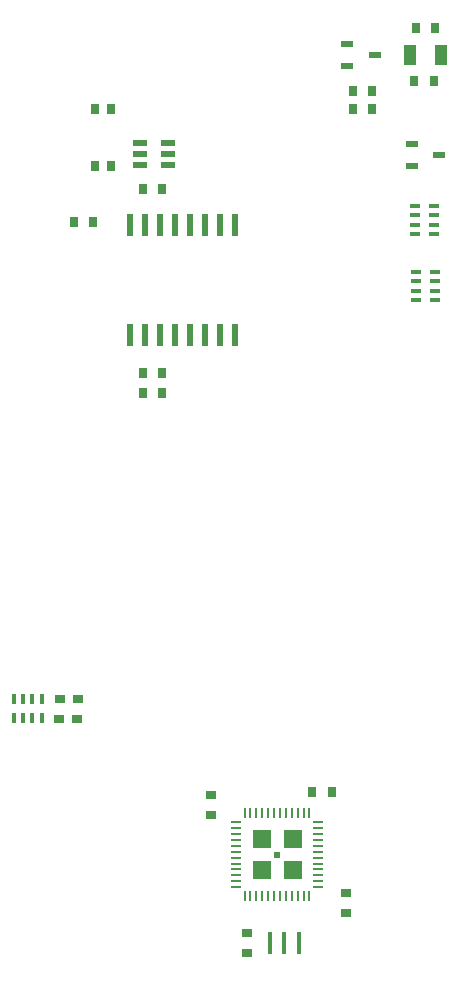
<source format=gbp>
G04*
G04 #@! TF.GenerationSoftware,Altium Limited,Altium Designer,22.4.2 (48)*
G04*
G04 Layer_Color=128*
%FSLAX25Y25*%
%MOIN*%
G70*
G04*
G04 #@! TF.SameCoordinates,95B67B14-C50E-4141-B1D7-7F991BD8D4DD*
G04*
G04*
G04 #@! TF.FilePolarity,Positive*
G04*
G01*
G75*
%ADD35R,0.03150X0.03543*%
%ADD37O,0.03347X0.00984*%
%ADD38O,0.00984X0.03347*%
%ADD39R,0.03543X0.03150*%
%ADD40R,0.01772X0.03347*%
%ADD41R,0.03347X0.01772*%
%ADD42R,0.04331X0.06693*%
%ADD43R,0.04134X0.02362*%
G04:AMPARAMS|DCode=44|XSize=15.75mil|YSize=74.8mil|CornerRadius=3.94mil|HoleSize=0mil|Usage=FLASHONLY|Rotation=0.000|XOffset=0mil|YOffset=0mil|HoleType=Round|Shape=RoundedRectangle|*
%AMROUNDEDRECTD44*
21,1,0.01575,0.06693,0,0,0.0*
21,1,0.00787,0.07480,0,0,0.0*
1,1,0.00787,0.00394,-0.03347*
1,1,0.00787,-0.00394,-0.03347*
1,1,0.00787,-0.00394,0.03347*
1,1,0.00787,0.00394,0.03347*
%
%ADD44ROUNDEDRECTD44*%
%ADD45R,0.04724X0.02362*%
%ADD46R,0.02197X0.07756*%
%ADD60R,0.06496X0.06181*%
%ADD61R,0.06496X0.06181*%
%ADD62R,0.02362X0.02362*%
D35*
X68020Y-177248D02*
D03*
X74555Y-177287D02*
D03*
X137941Y-82709D02*
D03*
X144476Y-82748D02*
D03*
X137941Y-76709D02*
D03*
X144476Y-76748D02*
D03*
X67941Y-109209D02*
D03*
X74476Y-109248D02*
D03*
X165055Y-73287D02*
D03*
X158520Y-73248D02*
D03*
X165555Y-55787D02*
D03*
X159020Y-55748D02*
D03*
X131055Y-310287D02*
D03*
X124520Y-310248D02*
D03*
X67941Y-170709D02*
D03*
X74476Y-170748D02*
D03*
X44941Y-120209D02*
D03*
X51476Y-120248D02*
D03*
X57504Y-101748D02*
D03*
X51992D02*
D03*
X57504Y-82748D02*
D03*
X51992D02*
D03*
D37*
X126528Y-342075D02*
D03*
Y-340106D02*
D03*
Y-338138D02*
D03*
Y-336169D02*
D03*
Y-334201D02*
D03*
Y-332232D02*
D03*
Y-330264D02*
D03*
Y-328295D02*
D03*
Y-326327D02*
D03*
Y-324358D02*
D03*
Y-322390D02*
D03*
Y-320421D02*
D03*
X98968D02*
D03*
Y-322390D02*
D03*
Y-324358D02*
D03*
Y-326327D02*
D03*
Y-328295D02*
D03*
Y-330264D02*
D03*
Y-332232D02*
D03*
Y-334201D02*
D03*
Y-336169D02*
D03*
Y-338138D02*
D03*
Y-340106D02*
D03*
Y-342075D02*
D03*
D38*
X123575Y-317469D02*
D03*
X121606D02*
D03*
X119638D02*
D03*
X117669D02*
D03*
X115701D02*
D03*
X113732D02*
D03*
X111764D02*
D03*
X109795D02*
D03*
X107827D02*
D03*
X105858D02*
D03*
X103890D02*
D03*
X101921D02*
D03*
Y-345028D02*
D03*
X103890D02*
D03*
X105858D02*
D03*
X107827D02*
D03*
X109795D02*
D03*
X111764D02*
D03*
X113732D02*
D03*
X115701D02*
D03*
X117669D02*
D03*
X119638D02*
D03*
X121606D02*
D03*
X123575D02*
D03*
D39*
X46248Y-285976D02*
D03*
X46287Y-279441D02*
D03*
X40248Y-285976D02*
D03*
X40287Y-279441D02*
D03*
X135748Y-344020D02*
D03*
X135709Y-350555D02*
D03*
X102748Y-363976D02*
D03*
X102787Y-357441D02*
D03*
X90787Y-311441D02*
D03*
X90748Y-317976D02*
D03*
D40*
X24949Y-279248D02*
D03*
X28098D02*
D03*
X34398D02*
D03*
X31248D02*
D03*
Y-285547D02*
D03*
X34398D02*
D03*
X28098D02*
D03*
X24949D02*
D03*
D41*
X165547Y-146398D02*
D03*
Y-143248D02*
D03*
Y-136949D02*
D03*
Y-140098D02*
D03*
X159248D02*
D03*
Y-136949D02*
D03*
Y-143248D02*
D03*
Y-146398D02*
D03*
X165047Y-124398D02*
D03*
Y-121248D02*
D03*
Y-114949D02*
D03*
Y-118098D02*
D03*
X158748D02*
D03*
Y-114949D02*
D03*
Y-121248D02*
D03*
Y-124398D02*
D03*
D42*
X156933Y-64748D02*
D03*
X167563D02*
D03*
D43*
X136221Y-68488D02*
D03*
Y-61008D02*
D03*
X145276Y-64748D02*
D03*
X157748Y-101748D02*
D03*
Y-94268D02*
D03*
X166803Y-98008D02*
D03*
D44*
X119972Y-360748D02*
D03*
X115248D02*
D03*
X110524D02*
D03*
D45*
X67220Y-101488D02*
D03*
Y-97748D02*
D03*
Y-94008D02*
D03*
X76276D02*
D03*
Y-97748D02*
D03*
Y-101488D02*
D03*
D46*
X63748Y-158148D02*
D03*
X68748D02*
D03*
X73748D02*
D03*
X78748D02*
D03*
X83748D02*
D03*
X88748D02*
D03*
X93748D02*
D03*
X98748D02*
D03*
Y-121248D02*
D03*
X93748D02*
D03*
X88748D02*
D03*
X83748D02*
D03*
X78748D02*
D03*
X73748D02*
D03*
X68748D02*
D03*
X63748D02*
D03*
D60*
X118004Y-336268D02*
D03*
X107768D02*
D03*
D61*
X118004Y-326150D02*
D03*
X107768D02*
D03*
D62*
X112748Y-331248D02*
D03*
M02*

</source>
